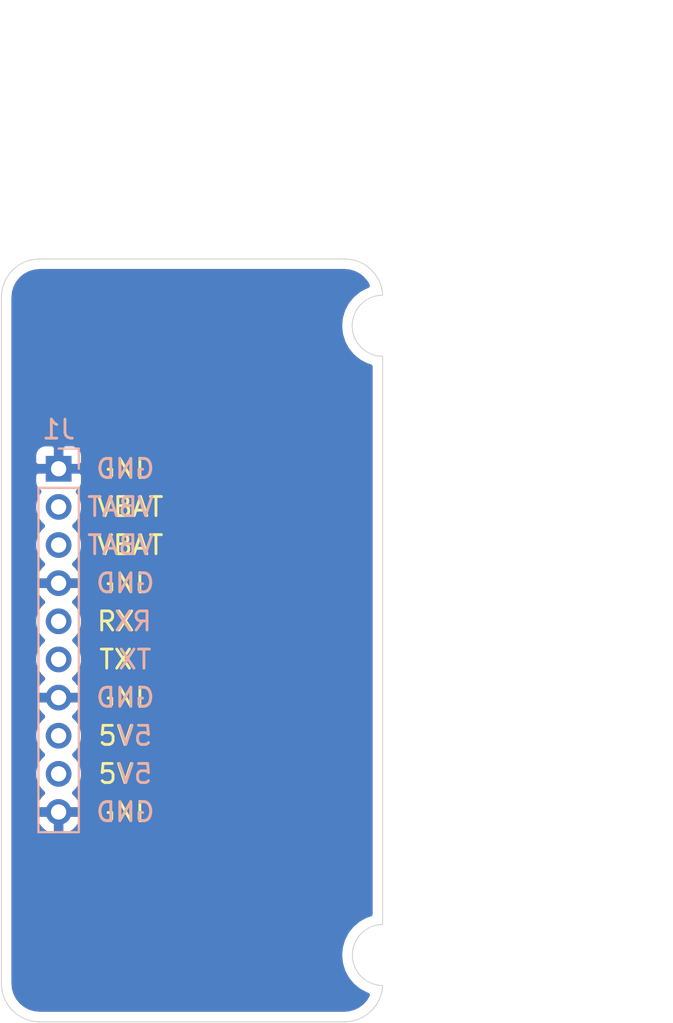
<source format=kicad_pcb>
(kicad_pcb (version 20171130) (host pcbnew 5.1.7-a382d34a8~88~ubuntu20.04.1)

  (general
    (thickness 1.6)
    (drawings 50)
    (tracks 0)
    (zones 0)
    (modules 1)
    (nets 6)
  )

  (page A4)
  (layers
    (0 F.Cu signal)
    (31 B.Cu signal)
    (32 B.Adhes user hide)
    (33 F.Adhes user hide)
    (34 B.Paste user hide)
    (35 F.Paste user hide)
    (36 B.SilkS user hide)
    (37 F.SilkS user hide)
    (38 B.Mask user hide)
    (39 F.Mask user hide)
    (40 Dwgs.User user)
    (41 Cmts.User user hide)
    (42 Eco1.User user hide)
    (43 Eco2.User user hide)
    (44 Edge.Cuts user)
    (45 Margin user hide)
    (46 B.CrtYd user hide)
    (47 F.CrtYd user hide)
    (48 B.Fab user hide)
    (49 F.Fab user hide)
  )

  (setup
    (last_trace_width 0.25)
    (trace_clearance 0.2)
    (zone_clearance 0.508)
    (zone_45_only no)
    (trace_min 0.2)
    (via_size 0.8)
    (via_drill 0.4)
    (via_min_size 0.4)
    (via_min_drill 0.3)
    (uvia_size 0.3)
    (uvia_drill 0.1)
    (uvias_allowed no)
    (uvia_min_size 0.2)
    (uvia_min_drill 0.1)
    (edge_width 0.05)
    (segment_width 0.2)
    (pcb_text_width 0.3)
    (pcb_text_size 1.5 1.5)
    (mod_edge_width 0.12)
    (mod_text_size 1 1)
    (mod_text_width 0.15)
    (pad_size 1.524 1.524)
    (pad_drill 0.762)
    (pad_to_mask_clearance 0.05)
    (aux_axis_origin 0 0)
    (visible_elements FFFFFF7F)
    (pcbplotparams
      (layerselection 0x010fc_ffffffff)
      (usegerberextensions false)
      (usegerberattributes true)
      (usegerberadvancedattributes true)
      (creategerberjobfile true)
      (excludeedgelayer true)
      (linewidth 0.100000)
      (plotframeref false)
      (viasonmask false)
      (mode 1)
      (useauxorigin false)
      (hpglpennumber 1)
      (hpglpenspeed 20)
      (hpglpendiameter 15.000000)
      (psnegative false)
      (psa4output false)
      (plotreference true)
      (plotvalue true)
      (plotinvisibletext false)
      (padsonsilk false)
      (subtractmaskfromsilk false)
      (outputformat 1)
      (mirror false)
      (drillshape 1)
      (scaleselection 1)
      (outputdirectory ""))
  )

  (net 0 "")
  (net 1 GND)
  (net 2 VBAT)
  (net 3 /UART_TX)
  (net 4 /UART_RX)
  (net 5 +5V)

  (net_class Default "This is the default net class."
    (clearance 0.2)
    (trace_width 0.25)
    (via_dia 0.8)
    (via_drill 0.4)
    (uvia_dia 0.3)
    (uvia_drill 0.1)
    (add_net +5V)
    (add_net /UART_RX)
    (add_net /UART_TX)
    (add_net GND)
    (add_net VBAT)
  )

  (module MRS_Connectors:PinHeader_1x10_P2.00mm_Vertical (layer B.Cu) (tedit 59FED667) (tstamp 5F3D67F1)
    (at 160 90 180)
    (descr "Through hole straight pin header, 1x10, 2.00mm pitch, single row")
    (tags "Through hole pin header THT 1x10 2.00mm single row")
    (path /5F3D0B61)
    (fp_text reference J1 (at 0 2.06) (layer B.SilkS)
      (effects (font (size 1 1) (thickness 0.15)) (justify mirror))
    )
    (fp_text value Header_1x10 (at 0 -20.06) (layer B.Fab) hide
      (effects (font (size 1 1) (thickness 0.15)) (justify mirror))
    )
    (fp_line (start 1.5 1.5) (end -1.5 1.5) (layer B.CrtYd) (width 0.05))
    (fp_line (start 1.5 -19.5) (end 1.5 1.5) (layer B.CrtYd) (width 0.05))
    (fp_line (start -1.5 -19.5) (end 1.5 -19.5) (layer B.CrtYd) (width 0.05))
    (fp_line (start -1.5 1.5) (end -1.5 -19.5) (layer B.CrtYd) (width 0.05))
    (fp_line (start -1.06 1.06) (end 0 1.06) (layer B.SilkS) (width 0.12))
    (fp_line (start -1.06 0) (end -1.06 1.06) (layer B.SilkS) (width 0.12))
    (fp_line (start -1.06 -1) (end 1.06 -1) (layer B.SilkS) (width 0.12))
    (fp_line (start 1.06 -1) (end 1.06 -19.06) (layer B.SilkS) (width 0.12))
    (fp_line (start -1.06 -1) (end -1.06 -19.06) (layer B.SilkS) (width 0.12))
    (fp_line (start -1.06 -19.06) (end 1.06 -19.06) (layer B.SilkS) (width 0.12))
    (fp_line (start -1 0.5) (end -0.5 1) (layer B.Fab) (width 0.1))
    (fp_line (start -1 -19) (end -1 0.5) (layer B.Fab) (width 0.1))
    (fp_line (start 1 -19) (end -1 -19) (layer B.Fab) (width 0.1))
    (fp_line (start 1 1) (end 1 -19) (layer B.Fab) (width 0.1))
    (fp_line (start -0.5 1) (end 1 1) (layer B.Fab) (width 0.1))
    (fp_text user %R (at 0 -9 270) (layer B.Fab)
      (effects (font (size 1 1) (thickness 0.15)) (justify mirror))
    )
    (pad 1 thru_hole rect (at 0 0 180) (size 1.35 1.35) (drill 0.8) (layers *.Cu *.Mask)
      (net 1 GND))
    (pad 2 thru_hole oval (at 0 -2 180) (size 1.35 1.35) (drill 0.8) (layers *.Cu *.Mask)
      (net 2 VBAT))
    (pad 3 thru_hole oval (at 0 -4 180) (size 1.35 1.35) (drill 0.8) (layers *.Cu *.Mask)
      (net 2 VBAT))
    (pad 4 thru_hole oval (at 0 -6 180) (size 1.35 1.35) (drill 0.8) (layers *.Cu *.Mask)
      (net 1 GND))
    (pad 5 thru_hole oval (at 0 -8 180) (size 1.35 1.35) (drill 0.8) (layers *.Cu *.Mask)
      (net 3 /UART_TX))
    (pad 6 thru_hole oval (at 0 -10 180) (size 1.35 1.35) (drill 0.8) (layers *.Cu *.Mask)
      (net 4 /UART_RX))
    (pad 7 thru_hole oval (at 0 -12 180) (size 1.35 1.35) (drill 0.8) (layers *.Cu *.Mask)
      (net 1 GND))
    (pad 8 thru_hole oval (at 0 -14 180) (size 1.35 1.35) (drill 0.8) (layers *.Cu *.Mask)
      (net 5 +5V))
    (pad 9 thru_hole oval (at 0 -16 180) (size 1.35 1.35) (drill 0.8) (layers *.Cu *.Mask)
      (net 5 +5V))
    (pad 10 thru_hole oval (at 0 -18 180) (size 1.35 1.35) (drill 0.8) (layers *.Cu *.Mask)
      (net 1 GND))
    (model ${KISYS3DMOD}/Connector_PinHeader_2.00mm.3dshapes/PinHeader_1x10_P2.00mm_Vertical.wrl
      (at (xyz 0 0 0))
      (scale (xyz 1 1 1))
      (rotate (xyz 0 0 0))
    )
  )

  (gr_line (start 177.5 115) (end 176.5 116) (layer Dwgs.User) (width 0.15) (tstamp 6034C3E0))
  (gr_line (start 176.5 115) (end 177.5 116) (layer Dwgs.User) (width 0.15) (tstamp 6034C3DF))
  (dimension 3.5 (width 0.15) (layer Dwgs.User)
    (gr_text "3,500 mm" (at 180.8 117.25 270) (layer Dwgs.User)
      (effects (font (size 1 1) (thickness 0.15)))
    )
    (feature1 (pts (xy 177 119) (xy 180.086421 119)))
    (feature2 (pts (xy 177 115.5) (xy 180.086421 115.5)))
    (crossbar (pts (xy 179.5 115.5) (xy 179.5 119)))
    (arrow1a (pts (xy 179.5 119) (xy 178.913579 117.873496)))
    (arrow1b (pts (xy 179.5 119) (xy 180.086421 117.873496)))
    (arrow2a (pts (xy 179.5 115.5) (xy 178.913579 116.626504)))
    (arrow2b (pts (xy 179.5 115.5) (xy 180.086421 116.626504)))
  )
  (dimension 33 (width 0.15) (layer Dwgs.User)
    (gr_text "33,000 mm" (at 180.8 99 270) (layer Dwgs.User)
      (effects (font (size 1 1) (thickness 0.15)))
    )
    (feature1 (pts (xy 177 115.5) (xy 180.086421 115.5)))
    (feature2 (pts (xy 177 82.5) (xy 180.086421 82.5)))
    (crossbar (pts (xy 179.5 82.5) (xy 179.5 115.5)))
    (arrow1a (pts (xy 179.5 115.5) (xy 178.913579 114.373496)))
    (arrow1b (pts (xy 179.5 115.5) (xy 180.086421 114.373496)))
    (arrow2a (pts (xy 179.5 82.5) (xy 178.913579 83.626504)))
    (arrow2b (pts (xy 179.5 82.5) (xy 180.086421 83.626504)))
  )
  (gr_arc (start 177 115.5) (end 177 113.9) (angle -179.9106475) (layer Dwgs.User) (width 0.15))
  (gr_arc (start 177 115.5) (end 177 113.9) (angle -179.9106475) (layer Edge.Cuts) (width 0.05))
  (gr_arc (start 177 82.5) (end 177 80.9) (angle -180) (layer Edge.Cuts) (width 0.05))
  (gr_arc (start 177 82.5) (end 177 80.9) (angle -180) (layer Dwgs.User) (width 0.15))
  (dimension 3.2 (width 0.15) (layer Dwgs.User)
    (gr_text "3,200 mm" (at 172.7 82.5 270) (layer Dwgs.User)
      (effects (font (size 1 1) (thickness 0.15)))
    )
    (feature1 (pts (xy 177 84.1) (xy 173.413579 84.1)))
    (feature2 (pts (xy 177 80.9) (xy 173.413579 80.9)))
    (crossbar (pts (xy 174 80.9) (xy 174 84.1)))
    (arrow1a (pts (xy 174 84.1) (xy 173.413579 82.973496)))
    (arrow1b (pts (xy 174 84.1) (xy 174.586421 82.973496)))
    (arrow2a (pts (xy 174 80.9) (xy 173.413579 82.026504)))
    (arrow2b (pts (xy 174 80.9) (xy 174.586421 82.026504)))
  )
  (gr_line (start 177.5 82) (end 176.5 83) (layer Dwgs.User) (width 0.15))
  (gr_line (start 176.5 82) (end 177.5 83) (layer Dwgs.User) (width 0.15))
  (dimension 3.5 (width 0.15) (layer Dwgs.User)
    (gr_text "3,500 mm" (at 180.8 80.75 270) (layer Dwgs.User)
      (effects (font (size 1 1) (thickness 0.15)))
    )
    (feature1 (pts (xy 177 82.5) (xy 180.086421 82.5)))
    (feature2 (pts (xy 177 79) (xy 180.086421 79)))
    (crossbar (pts (xy 179.5 79) (xy 179.5 82.5)))
    (arrow1a (pts (xy 179.5 82.5) (xy 178.913579 81.373496)))
    (arrow1b (pts (xy 179.5 82.5) (xy 180.086421 81.373496)))
    (arrow2a (pts (xy 179.5 79) (xy 178.913579 80.126504)))
    (arrow2b (pts (xy 179.5 79) (xy 180.086421 80.126504)))
  )
  (gr_arc (start 159 117) (end 157 117) (angle -90) (layer Dwgs.User) (width 0.15))
  (gr_arc (start 175 117) (end 175 119) (angle -87.13759477) (layer Dwgs.User) (width 0.15))
  (gr_arc (start 175 81) (end 177 80.9) (angle -87.13759477) (layer Dwgs.User) (width 0.15))
  (gr_arc (start 159 81) (end 159 79) (angle -90) (layer Dwgs.User) (width 0.15))
  (gr_line (start 157 117) (end 157 81) (layer Dwgs.User) (width 0.15))
  (gr_line (start 175 119) (end 159 119) (layer Dwgs.User) (width 0.15))
  (gr_line (start 177 84.1) (end 177 113.9) (layer Dwgs.User) (width 0.15))
  (gr_line (start 159 79) (end 175 79) (layer Dwgs.User) (width 0.15))
  (dimension 20 (width 0.15) (layer Dwgs.User)
    (gr_text "20,000 mm" (at 167 66.7) (layer Dwgs.User) (tstamp 6034C35F)
      (effects (font (size 2 2) (thickness 0.15)))
    )
    (feature1 (pts (xy 177 80.9) (xy 177 68.413579)))
    (feature2 (pts (xy 157 80.9) (xy 157 68.413579)))
    (crossbar (pts (xy 157 69) (xy 177 69)))
    (arrow1a (pts (xy 177 69) (xy 175.873496 69.586421)))
    (arrow1b (pts (xy 177 69) (xy 175.873496 68.413579)))
    (arrow2a (pts (xy 157 69) (xy 158.126504 69.586421)))
    (arrow2b (pts (xy 157 69) (xy 158.126504 68.413579)))
  )
  (dimension 40 (width 0.15) (layer Dwgs.User)
    (gr_text "40,000 mm" (at 189.3 99 270) (layer Dwgs.User)
      (effects (font (size 2 2) (thickness 0.15)))
    )
    (feature1 (pts (xy 175 119) (xy 187.586421 119)))
    (feature2 (pts (xy 175 79) (xy 187.586421 79)))
    (crossbar (pts (xy 187 79) (xy 187 119)))
    (arrow1a (pts (xy 187 119) (xy 186.413579 117.873496)))
    (arrow1b (pts (xy 187 119) (xy 187.586421 117.873496)))
    (arrow2a (pts (xy 187 79) (xy 186.413579 80.126504)))
    (arrow2b (pts (xy 187 79) (xy 187.586421 80.126504)))
  )
  (gr_text GND (at 163.5 96) (layer F.SilkS) (tstamp 5F3D6991)
    (effects (font (size 1 1) (thickness 0.15)))
  )
  (gr_text GND (at 163.5 108) (layer F.SilkS) (tstamp 5F3D6990)
    (effects (font (size 1 1) (thickness 0.15)))
  )
  (gr_text VBAT (at 163.75 94) (layer F.SilkS) (tstamp 5F3D698F)
    (effects (font (size 1 1) (thickness 0.15)))
  )
  (gr_text 5V (at 163 104) (layer F.SilkS) (tstamp 5F3D698E)
    (effects (font (size 1 1) (thickness 0.15)))
  )
  (gr_text GND (at 163.5 90) (layer F.SilkS) (tstamp 5F3D698D)
    (effects (font (size 1 1) (thickness 0.15)))
  )
  (gr_text RX (at 163 98) (layer F.SilkS) (tstamp 5F3D698C)
    (effects (font (size 1 1) (thickness 0.15)))
  )
  (gr_text VBAT (at 163.75 92) (layer F.SilkS) (tstamp 5F3D698B)
    (effects (font (size 1 1) (thickness 0.15)))
  )
  (gr_text GND (at 163.5 102) (layer F.SilkS) (tstamp 5F3D698A)
    (effects (font (size 1 1) (thickness 0.15)))
  )
  (gr_text TX (at 163 100) (layer F.SilkS) (tstamp 5F3D6989)
    (effects (font (size 1 1) (thickness 0.15)))
  )
  (gr_text 5V (at 163 106) (layer F.SilkS) (tstamp 5F3D6988)
    (effects (font (size 1 1) (thickness 0.15)))
  )
  (gr_text GND (at 163.5 108) (layer B.SilkS)
    (effects (font (size 1 1) (thickness 0.15)) (justify mirror))
  )
  (gr_text 5V (at 164 106) (layer B.SilkS)
    (effects (font (size 1 1) (thickness 0.15)) (justify mirror))
  )
  (gr_text 5V (at 164 104) (layer B.SilkS)
    (effects (font (size 1 1) (thickness 0.15)) (justify mirror))
  )
  (gr_text GND (at 163.5 102) (layer B.SilkS)
    (effects (font (size 1 1) (thickness 0.15)) (justify mirror))
  )
  (gr_text TX (at 164 100) (layer B.SilkS)
    (effects (font (size 1 1) (thickness 0.15)) (justify mirror))
  )
  (gr_text RX (at 163.9 98) (layer B.SilkS)
    (effects (font (size 1 1) (thickness 0.15)) (justify mirror))
  )
  (gr_text GND (at 163.5 96) (layer B.SilkS)
    (effects (font (size 1 1) (thickness 0.15)) (justify mirror))
  )
  (gr_text VBAT (at 163.25 94) (layer B.SilkS)
    (effects (font (size 1 1) (thickness 0.15)) (justify mirror))
  )
  (gr_text VBAT (at 163.25 92) (layer B.SilkS)
    (effects (font (size 1 1) (thickness 0.15)) (justify mirror))
  )
  (gr_text GND (at 163.5 90) (layer B.SilkS)
    (effects (font (size 1 1) (thickness 0.15)) (justify mirror))
  )
  (gr_arc (start 159 117) (end 157 117) (angle -90) (layer Edge.Cuts) (width 0.05))
  (gr_arc (start 175 117) (end 175 119) (angle -87.13759477) (layer Edge.Cuts) (width 0.05))
  (gr_arc (start 175 81) (end 177 80.9) (angle -87.13759477) (layer Edge.Cuts) (width 0.05))
  (gr_arc (start 159 81) (end 159 79) (angle -90) (layer Edge.Cuts) (width 0.05))
  (gr_line (start 157 117) (end 157 81) (layer Edge.Cuts) (width 0.05) (tstamp 5F42E73C))
  (gr_line (start 175 119) (end 159 119) (layer Edge.Cuts) (width 0.05))
  (gr_line (start 177 84.1) (end 177 113.9) (layer Edge.Cuts) (width 0.05))
  (gr_line (start 159 79) (end 175 79) (layer Edge.Cuts) (width 0.05))

  (zone (net 1) (net_name GND) (layer F.Cu) (tstamp 0) (hatch edge 0.508)
    (connect_pads (clearance 0.5))
    (min_thickness 0.25)
    (fill yes (arc_segments 32) (thermal_gap 0.5) (thermal_bridge_width 0.5))
    (polygon
      (pts
        (xy 177 119) (xy 157 119) (xy 157 79) (xy 177 79)
      )
    )
    (filled_polygon
      (pts
        (xy 175.262097 79.676318) (xy 175.514212 79.752436) (xy 175.746733 79.87607) (xy 175.950821 80.04252) (xy 176.118688 80.245437)
        (xy 176.202526 80.400492) (xy 176.173154 80.409809) (xy 176.119036 80.433004) (xy 176.064536 80.455467) (xy 176.056558 80.459781)
        (xy 176.056554 80.459783) (xy 176.056553 80.459784) (xy 175.782913 80.610219) (xy 175.734308 80.643499) (xy 175.685233 80.676105)
        (xy 175.67824 80.68189) (xy 175.439031 80.882611) (xy 175.397843 80.924671) (xy 175.35601 80.966213) (xy 175.350275 80.973246)
        (xy 175.154608 81.216606) (xy 175.122349 81.265901) (xy 175.089405 81.314743) (xy 175.085148 81.322751) (xy 175.085145 81.322755)
        (xy 175.085145 81.322756) (xy 174.940474 81.599486) (xy 174.918411 81.654093) (xy 174.895575 81.708418) (xy 174.892952 81.717106)
        (xy 174.804786 82.016667) (xy 174.793747 82.074534) (xy 174.7819 82.132248) (xy 174.781015 82.14128) (xy 174.752714 82.45226)
        (xy 174.753125 82.511171) (xy 174.752714 82.570082) (xy 174.7536 82.579114) (xy 174.786241 82.88967) (xy 174.79809 82.947393)
        (xy 174.809126 83.005247) (xy 174.811749 83.013935) (xy 174.904088 83.312235) (xy 174.926912 83.36653) (xy 174.948986 83.421168)
        (xy 174.953247 83.429181) (xy 175.101769 83.703865) (xy 175.134697 83.752684) (xy 175.16697 83.802002) (xy 175.172706 83.809035)
        (xy 175.371752 84.049639) (xy 175.413534 84.09113) (xy 175.454774 84.133243) (xy 175.461766 84.139027) (xy 175.703755 84.336388)
        (xy 175.752812 84.368981) (xy 175.801433 84.402273) (xy 175.809416 84.406589) (xy 176.085129 84.553189) (xy 176.139561 84.575624)
        (xy 176.193748 84.598849) (xy 176.202418 84.601532) (xy 176.35 84.646089) (xy 176.350001 113.353755) (xy 176.176414 113.408522)
        (xy 176.122244 113.431639) (xy 176.067725 113.454011) (xy 176.059736 113.458315) (xy 175.785861 113.608323) (xy 175.737195 113.641534)
        (xy 175.688079 113.674056) (xy 175.681078 113.67983) (xy 175.441556 113.880177) (xy 175.400282 113.922194) (xy 175.358404 113.963651)
        (xy 175.352657 113.970675) (xy 175.156611 114.21373) (xy 175.124267 114.262989) (xy 175.091256 114.311765) (xy 175.086983 114.319771)
        (xy 174.94188 114.596276) (xy 174.919728 114.650859) (xy 174.896811 114.705139) (xy 174.894175 114.713823) (xy 174.805543 115.013245)
        (xy 174.794423 115.07105) (xy 174.782477 115.128788) (xy 174.781578 115.137819) (xy 174.752792 115.448755) (xy 174.753111 115.507626)
        (xy 174.752608 115.566577) (xy 174.75348 115.57561) (xy 174.785636 115.886215) (xy 174.797384 115.943903) (xy 174.80834 116.00183)
        (xy 174.81095 116.010522) (xy 174.902824 116.308965) (xy 174.925552 116.363269) (xy 174.947552 116.417968) (xy 174.951801 116.425987)
        (xy 175.099893 116.700902) (xy 175.132755 116.749786) (xy 175.164942 116.799141) (xy 175.170667 116.806183) (xy 175.369337 117.047098)
        (xy 175.411056 117.088657) (xy 175.452228 117.130831) (xy 175.459206 117.136621) (xy 175.459212 117.136627) (xy 175.459219 117.136631)
        (xy 175.700892 117.334364) (xy 175.749886 117.367026) (xy 175.798469 117.400403) (xy 175.806446 117.404732) (xy 176.081931 117.551761)
        (xy 176.136349 117.57429) (xy 176.190475 117.597588) (xy 176.19914 117.600285) (xy 176.202274 117.601237) (xy 176.083225 117.800447)
        (xy 175.907122 117.995603) (xy 175.696468 118.152834) (xy 175.459283 118.266156) (xy 175.197776 118.332997) (xy 174.975212 118.35)
        (xy 159.031793 118.35) (xy 158.738388 118.321231) (xy 158.486744 118.245255) (xy 158.254646 118.121846) (xy 158.050942 117.955709)
        (xy 157.883384 117.753168) (xy 157.758359 117.521938) (xy 157.680627 117.270828) (xy 157.65 116.979433) (xy 157.65 108.325883)
        (xy 158.741509 108.325883) (xy 158.772545 108.428221) (xy 158.879672 108.659457) (xy 159.029853 108.865351) (xy 159.217316 109.03799)
        (xy 159.434857 109.170739) (xy 159.674116 109.258497) (xy 159.875 109.137732) (xy 159.875 108.125) (xy 160.125 108.125)
        (xy 160.125 109.137732) (xy 160.325884 109.258497) (xy 160.565143 109.170739) (xy 160.782684 109.03799) (xy 160.970147 108.865351)
        (xy 161.120328 108.659457) (xy 161.227455 108.428221) (xy 161.258491 108.325883) (xy 161.136899 108.125) (xy 160.125 108.125)
        (xy 159.875 108.125) (xy 158.863101 108.125) (xy 158.741509 108.325883) (xy 157.65 108.325883) (xy 157.65 103.871961)
        (xy 158.7 103.871961) (xy 158.7 104.128039) (xy 158.749958 104.379196) (xy 158.847955 104.615781) (xy 158.990224 104.828702)
        (xy 159.161522 105) (xy 158.990224 105.171298) (xy 158.847955 105.384219) (xy 158.749958 105.620804) (xy 158.7 105.871961)
        (xy 158.7 106.128039) (xy 158.749958 106.379196) (xy 158.847955 106.615781) (xy 158.990224 106.828702) (xy 159.168494 107.006972)
        (xy 159.029853 107.134649) (xy 158.879672 107.340543) (xy 158.772545 107.571779) (xy 158.741509 107.674117) (xy 158.863101 107.875)
        (xy 159.875 107.875) (xy 159.875 107.855) (xy 160.125 107.855) (xy 160.125 107.875) (xy 161.136899 107.875)
        (xy 161.258491 107.674117) (xy 161.227455 107.571779) (xy 161.120328 107.340543) (xy 160.970147 107.134649) (xy 160.831506 107.006972)
        (xy 161.009776 106.828702) (xy 161.152045 106.615781) (xy 161.250042 106.379196) (xy 161.3 106.128039) (xy 161.3 105.871961)
        (xy 161.250042 105.620804) (xy 161.152045 105.384219) (xy 161.009776 105.171298) (xy 160.838478 105) (xy 161.009776 104.828702)
        (xy 161.152045 104.615781) (xy 161.250042 104.379196) (xy 161.3 104.128039) (xy 161.3 103.871961) (xy 161.250042 103.620804)
        (xy 161.152045 103.384219) (xy 161.009776 103.171298) (xy 160.831506 102.993028) (xy 160.970147 102.865351) (xy 161.120328 102.659457)
        (xy 161.227455 102.428221) (xy 161.258491 102.325883) (xy 161.136899 102.125) (xy 160.125 102.125) (xy 160.125 102.145)
        (xy 159.875 102.145) (xy 159.875 102.125) (xy 158.863101 102.125) (xy 158.741509 102.325883) (xy 158.772545 102.428221)
        (xy 158.879672 102.659457) (xy 159.029853 102.865351) (xy 159.168494 102.993028) (xy 158.990224 103.171298) (xy 158.847955 103.384219)
        (xy 158.749958 103.620804) (xy 158.7 103.871961) (xy 157.65 103.871961) (xy 157.65 97.871961) (xy 158.7 97.871961)
        (xy 158.7 98.128039) (xy 158.749958 98.379196) (xy 158.847955 98.615781) (xy 158.990224 98.828702) (xy 159.161522 99)
        (xy 158.990224 99.171298) (xy 158.847955 99.384219) (xy 158.749958 99.620804) (xy 158.7 99.871961) (xy 158.7 100.128039)
        (xy 158.749958 100.379196) (xy 158.847955 100.615781) (xy 158.990224 100.828702) (xy 159.168494 101.006972) (xy 159.029853 101.134649)
        (xy 158.879672 101.340543) (xy 158.772545 101.571779) (xy 158.741509 101.674117) (xy 158.863101 101.875) (xy 159.875 101.875)
        (xy 159.875 101.855) (xy 160.125 101.855) (xy 160.125 101.875) (xy 161.136899 101.875) (xy 161.258491 101.674117)
        (xy 161.227455 101.571779) (xy 161.120328 101.340543) (xy 160.970147 101.134649) (xy 160.831506 101.006972) (xy 161.009776 100.828702)
        (xy 161.152045 100.615781) (xy 161.250042 100.379196) (xy 161.3 100.128039) (xy 161.3 99.871961) (xy 161.250042 99.620804)
        (xy 161.152045 99.384219) (xy 161.009776 99.171298) (xy 160.838478 99) (xy 161.009776 98.828702) (xy 161.152045 98.615781)
        (xy 161.250042 98.379196) (xy 161.3 98.128039) (xy 161.3 97.871961) (xy 161.250042 97.620804) (xy 161.152045 97.384219)
        (xy 161.009776 97.171298) (xy 160.831506 96.993028) (xy 160.970147 96.865351) (xy 161.120328 96.659457) (xy 161.227455 96.428221)
        (xy 161.258491 96.325883) (xy 161.136899 96.125) (xy 160.125 96.125) (xy 160.125 96.145) (xy 159.875 96.145)
        (xy 159.875 96.125) (xy 158.863101 96.125) (xy 158.741509 96.325883) (xy 158.772545 96.428221) (xy 158.879672 96.659457)
        (xy 159.029853 96.865351) (xy 159.168494 96.993028) (xy 158.990224 97.171298) (xy 158.847955 97.384219) (xy 158.749958 97.620804)
        (xy 158.7 97.871961) (xy 157.65 97.871961) (xy 157.65 90.675) (xy 158.696976 90.675) (xy 158.709043 90.797521)
        (xy 158.744781 90.915334) (xy 158.802817 91.023911) (xy 158.88092 91.11908) (xy 158.974048 91.195508) (xy 158.847955 91.384219)
        (xy 158.749958 91.620804) (xy 158.7 91.871961) (xy 158.7 92.128039) (xy 158.749958 92.379196) (xy 158.847955 92.615781)
        (xy 158.990224 92.828702) (xy 159.161522 93) (xy 158.990224 93.171298) (xy 158.847955 93.384219) (xy 158.749958 93.620804)
        (xy 158.7 93.871961) (xy 158.7 94.128039) (xy 158.749958 94.379196) (xy 158.847955 94.615781) (xy 158.990224 94.828702)
        (xy 159.168494 95.006972) (xy 159.029853 95.134649) (xy 158.879672 95.340543) (xy 158.772545 95.571779) (xy 158.741509 95.674117)
        (xy 158.863101 95.875) (xy 159.875 95.875) (xy 159.875 95.855) (xy 160.125 95.855) (xy 160.125 95.875)
        (xy 161.136899 95.875) (xy 161.258491 95.674117) (xy 161.227455 95.571779) (xy 161.120328 95.340543) (xy 160.970147 95.134649)
        (xy 160.831506 95.006972) (xy 161.009776 94.828702) (xy 161.152045 94.615781) (xy 161.250042 94.379196) (xy 161.3 94.128039)
        (xy 161.3 93.871961) (xy 161.250042 93.620804) (xy 161.152045 93.384219) (xy 161.009776 93.171298) (xy 160.838478 93)
        (xy 161.009776 92.828702) (xy 161.152045 92.615781) (xy 161.250042 92.379196) (xy 161.3 92.128039) (xy 161.3 91.871961)
        (xy 161.250042 91.620804) (xy 161.152045 91.384219) (xy 161.025952 91.195508) (xy 161.11908 91.11908) (xy 161.197183 91.023911)
        (xy 161.255219 90.915334) (xy 161.290957 90.797521) (xy 161.303024 90.675) (xy 161.3 90.28125) (xy 161.14375 90.125)
        (xy 160.125 90.125) (xy 160.125 90.145) (xy 159.875 90.145) (xy 159.875 90.125) (xy 158.85625 90.125)
        (xy 158.7 90.28125) (xy 158.696976 90.675) (xy 157.65 90.675) (xy 157.65 89.325) (xy 158.696976 89.325)
        (xy 158.7 89.71875) (xy 158.85625 89.875) (xy 159.875 89.875) (xy 159.875 88.85625) (xy 160.125 88.85625)
        (xy 160.125 89.875) (xy 161.14375 89.875) (xy 161.3 89.71875) (xy 161.303024 89.325) (xy 161.290957 89.202479)
        (xy 161.255219 89.084666) (xy 161.197183 88.976089) (xy 161.11908 88.88092) (xy 161.023911 88.802817) (xy 160.915334 88.744781)
        (xy 160.797521 88.709043) (xy 160.675 88.696976) (xy 160.28125 88.7) (xy 160.125 88.85625) (xy 159.875 88.85625)
        (xy 159.71875 88.7) (xy 159.325 88.696976) (xy 159.202479 88.709043) (xy 159.084666 88.744781) (xy 158.976089 88.802817)
        (xy 158.88092 88.88092) (xy 158.802817 88.976089) (xy 158.744781 89.084666) (xy 158.709043 89.202479) (xy 158.696976 89.325)
        (xy 157.65 89.325) (xy 157.65 81.031793) (xy 157.678769 80.738389) (xy 157.754745 80.486742) (xy 157.878152 80.254647)
        (xy 158.044292 80.05094) (xy 158.246832 79.883384) (xy 158.478062 79.758359) (xy 158.729172 79.680627) (xy 159.020567 79.65)
        (xy 174.993685 79.65)
      )
    )
  )
  (zone (net 1) (net_name GND) (layer B.Cu) (tstamp 5F3D69CC) (hatch edge 0.508)
    (connect_pads (clearance 0.5))
    (min_thickness 0.25)
    (fill yes (arc_segments 32) (thermal_gap 0.5) (thermal_bridge_width 0.5))
    (polygon
      (pts
        (xy 177 119) (xy 157 119) (xy 157 79) (xy 177 79)
      )
    )
    (filled_polygon
      (pts
        (xy 175.262097 79.676318) (xy 175.514212 79.752436) (xy 175.746733 79.87607) (xy 175.950821 80.04252) (xy 176.118688 80.245437)
        (xy 176.202526 80.400492) (xy 176.173154 80.409809) (xy 176.119036 80.433004) (xy 176.064536 80.455467) (xy 176.056558 80.459781)
        (xy 176.056554 80.459783) (xy 176.056553 80.459784) (xy 175.782913 80.610219) (xy 175.734308 80.643499) (xy 175.685233 80.676105)
        (xy 175.67824 80.68189) (xy 175.439031 80.882611) (xy 175.397843 80.924671) (xy 175.35601 80.966213) (xy 175.350275 80.973246)
        (xy 175.154608 81.216606) (xy 175.122349 81.265901) (xy 175.089405 81.314743) (xy 175.085148 81.322751) (xy 175.085145 81.322755)
        (xy 175.085145 81.322756) (xy 174.940474 81.599486) (xy 174.918411 81.654093) (xy 174.895575 81.708418) (xy 174.892952 81.717106)
        (xy 174.804786 82.016667) (xy 174.793747 82.074534) (xy 174.7819 82.132248) (xy 174.781015 82.14128) (xy 174.752714 82.45226)
        (xy 174.753125 82.511171) (xy 174.752714 82.570082) (xy 174.7536 82.579114) (xy 174.786241 82.88967) (xy 174.79809 82.947393)
        (xy 174.809126 83.005247) (xy 174.811749 83.013935) (xy 174.904088 83.312235) (xy 174.926912 83.36653) (xy 174.948986 83.421168)
        (xy 174.953247 83.429181) (xy 175.101769 83.703865) (xy 175.134697 83.752684) (xy 175.16697 83.802002) (xy 175.172706 83.809035)
        (xy 175.371752 84.049639) (xy 175.413534 84.09113) (xy 175.454774 84.133243) (xy 175.461766 84.139027) (xy 175.703755 84.336388)
        (xy 175.752812 84.368981) (xy 175.801433 84.402273) (xy 175.809416 84.406589) (xy 176.085129 84.553189) (xy 176.139561 84.575624)
        (xy 176.193748 84.598849) (xy 176.202418 84.601532) (xy 176.35 84.646089) (xy 176.350001 113.353755) (xy 176.176414 113.408522)
        (xy 176.122244 113.431639) (xy 176.067725 113.454011) (xy 176.059736 113.458315) (xy 175.785861 113.608323) (xy 175.737195 113.641534)
        (xy 175.688079 113.674056) (xy 175.681078 113.67983) (xy 175.441556 113.880177) (xy 175.400282 113.922194) (xy 175.358404 113.963651)
        (xy 175.352657 113.970675) (xy 175.156611 114.21373) (xy 175.124267 114.262989) (xy 175.091256 114.311765) (xy 175.086983 114.319771)
        (xy 174.94188 114.596276) (xy 174.919728 114.650859) (xy 174.896811 114.705139) (xy 174.894175 114.713823) (xy 174.805543 115.013245)
        (xy 174.794423 115.07105) (xy 174.782477 115.128788) (xy 174.781578 115.137819) (xy 174.752792 115.448755) (xy 174.753111 115.507626)
        (xy 174.752608 115.566577) (xy 174.75348 115.57561) (xy 174.785636 115.886215) (xy 174.797384 115.943903) (xy 174.80834 116.00183)
        (xy 174.81095 116.010522) (xy 174.902824 116.308965) (xy 174.925552 116.363269) (xy 174.947552 116.417968) (xy 174.951801 116.425987)
        (xy 175.099893 116.700902) (xy 175.132755 116.749786) (xy 175.164942 116.799141) (xy 175.170667 116.806183) (xy 175.369337 117.047098)
        (xy 175.411056 117.088657) (xy 175.452228 117.130831) (xy 175.459206 117.136621) (xy 175.459212 117.136627) (xy 175.459219 117.136631)
        (xy 175.700892 117.334364) (xy 175.749886 117.367026) (xy 175.798469 117.400403) (xy 175.806446 117.404732) (xy 176.081931 117.551761)
        (xy 176.136349 117.57429) (xy 176.190475 117.597588) (xy 176.19914 117.600285) (xy 176.202274 117.601237) (xy 176.083225 117.800447)
        (xy 175.907122 117.995603) (xy 175.696468 118.152834) (xy 175.459283 118.266156) (xy 175.197776 118.332997) (xy 174.975212 118.35)
        (xy 159.031793 118.35) (xy 158.738388 118.321231) (xy 158.486744 118.245255) (xy 158.254646 118.121846) (xy 158.050942 117.955709)
        (xy 157.883384 117.753168) (xy 157.758359 117.521938) (xy 157.680627 117.270828) (xy 157.65 116.979433) (xy 157.65 108.325883)
        (xy 158.741509 108.325883) (xy 158.772545 108.428221) (xy 158.879672 108.659457) (xy 159.029853 108.865351) (xy 159.217316 109.03799)
        (xy 159.434857 109.170739) (xy 159.674116 109.258497) (xy 159.875 109.137732) (xy 159.875 108.125) (xy 160.125 108.125)
        (xy 160.125 109.137732) (xy 160.325884 109.258497) (xy 160.565143 109.170739) (xy 160.782684 109.03799) (xy 160.970147 108.865351)
        (xy 161.120328 108.659457) (xy 161.227455 108.428221) (xy 161.258491 108.325883) (xy 161.136899 108.125) (xy 160.125 108.125)
        (xy 159.875 108.125) (xy 158.863101 108.125) (xy 158.741509 108.325883) (xy 157.65 108.325883) (xy 157.65 103.871961)
        (xy 158.7 103.871961) (xy 158.7 104.128039) (xy 158.749958 104.379196) (xy 158.847955 104.615781) (xy 158.990224 104.828702)
        (xy 159.161522 105) (xy 158.990224 105.171298) (xy 158.847955 105.384219) (xy 158.749958 105.620804) (xy 158.7 105.871961)
        (xy 158.7 106.128039) (xy 158.749958 106.379196) (xy 158.847955 106.615781) (xy 158.990224 106.828702) (xy 159.168494 107.006972)
        (xy 159.029853 107.134649) (xy 158.879672 107.340543) (xy 158.772545 107.571779) (xy 158.741509 107.674117) (xy 158.863101 107.875)
        (xy 159.875 107.875) (xy 159.875 107.855) (xy 160.125 107.855) (xy 160.125 107.875) (xy 161.136899 107.875)
        (xy 161.258491 107.674117) (xy 161.227455 107.571779) (xy 161.120328 107.340543) (xy 160.970147 107.134649) (xy 160.831506 107.006972)
        (xy 161.009776 106.828702) (xy 161.152045 106.615781) (xy 161.250042 106.379196) (xy 161.3 106.128039) (xy 161.3 105.871961)
        (xy 161.250042 105.620804) (xy 161.152045 105.384219) (xy 161.009776 105.171298) (xy 160.838478 105) (xy 161.009776 104.828702)
        (xy 161.152045 104.615781) (xy 161.250042 104.379196) (xy 161.3 104.128039) (xy 161.3 103.871961) (xy 161.250042 103.620804)
        (xy 161.152045 103.384219) (xy 161.009776 103.171298) (xy 160.831506 102.993028) (xy 160.970147 102.865351) (xy 161.120328 102.659457)
        (xy 161.227455 102.428221) (xy 161.258491 102.325883) (xy 161.136899 102.125) (xy 160.125 102.125) (xy 160.125 102.145)
        (xy 159.875 102.145) (xy 159.875 102.125) (xy 158.863101 102.125) (xy 158.741509 102.325883) (xy 158.772545 102.428221)
        (xy 158.879672 102.659457) (xy 159.029853 102.865351) (xy 159.168494 102.993028) (xy 158.990224 103.171298) (xy 158.847955 103.384219)
        (xy 158.749958 103.620804) (xy 158.7 103.871961) (xy 157.65 103.871961) (xy 157.65 97.871961) (xy 158.7 97.871961)
        (xy 158.7 98.128039) (xy 158.749958 98.379196) (xy 158.847955 98.615781) (xy 158.990224 98.828702) (xy 159.161522 99)
        (xy 158.990224 99.171298) (xy 158.847955 99.384219) (xy 158.749958 99.620804) (xy 158.7 99.871961) (xy 158.7 100.128039)
        (xy 158.749958 100.379196) (xy 158.847955 100.615781) (xy 158.990224 100.828702) (xy 159.168494 101.006972) (xy 159.029853 101.134649)
        (xy 158.879672 101.340543) (xy 158.772545 101.571779) (xy 158.741509 101.674117) (xy 158.863101 101.875) (xy 159.875 101.875)
        (xy 159.875 101.855) (xy 160.125 101.855) (xy 160.125 101.875) (xy 161.136899 101.875) (xy 161.258491 101.674117)
        (xy 161.227455 101.571779) (xy 161.120328 101.340543) (xy 160.970147 101.134649) (xy 160.831506 101.006972) (xy 161.009776 100.828702)
        (xy 161.152045 100.615781) (xy 161.250042 100.379196) (xy 161.3 100.128039) (xy 161.3 99.871961) (xy 161.250042 99.620804)
        (xy 161.152045 99.384219) (xy 161.009776 99.171298) (xy 160.838478 99) (xy 161.009776 98.828702) (xy 161.152045 98.615781)
        (xy 161.250042 98.379196) (xy 161.3 98.128039) (xy 161.3 97.871961) (xy 161.250042 97.620804) (xy 161.152045 97.384219)
        (xy 161.009776 97.171298) (xy 160.831506 96.993028) (xy 160.970147 96.865351) (xy 161.120328 96.659457) (xy 161.227455 96.428221)
        (xy 161.258491 96.325883) (xy 161.136899 96.125) (xy 160.125 96.125) (xy 160.125 96.145) (xy 159.875 96.145)
        (xy 159.875 96.125) (xy 158.863101 96.125) (xy 158.741509 96.325883) (xy 158.772545 96.428221) (xy 158.879672 96.659457)
        (xy 159.029853 96.865351) (xy 159.168494 96.993028) (xy 158.990224 97.171298) (xy 158.847955 97.384219) (xy 158.749958 97.620804)
        (xy 158.7 97.871961) (xy 157.65 97.871961) (xy 157.65 90.675) (xy 158.696976 90.675) (xy 158.709043 90.797521)
        (xy 158.744781 90.915334) (xy 158.802817 91.023911) (xy 158.88092 91.11908) (xy 158.974048 91.195508) (xy 158.847955 91.384219)
        (xy 158.749958 91.620804) (xy 158.7 91.871961) (xy 158.7 92.128039) (xy 158.749958 92.379196) (xy 158.847955 92.615781)
        (xy 158.990224 92.828702) (xy 159.161522 93) (xy 158.990224 93.171298) (xy 158.847955 93.384219) (xy 158.749958 93.620804)
        (xy 158.7 93.871961) (xy 158.7 94.128039) (xy 158.749958 94.379196) (xy 158.847955 94.615781) (xy 158.990224 94.828702)
        (xy 159.168494 95.006972) (xy 159.029853 95.134649) (xy 158.879672 95.340543) (xy 158.772545 95.571779) (xy 158.741509 95.674117)
        (xy 158.863101 95.875) (xy 159.875 95.875) (xy 159.875 95.855) (xy 160.125 95.855) (xy 160.125 95.875)
        (xy 161.136899 95.875) (xy 161.258491 95.674117) (xy 161.227455 95.571779) (xy 161.120328 95.340543) (xy 160.970147 95.134649)
        (xy 160.831506 95.006972) (xy 161.009776 94.828702) (xy 161.152045 94.615781) (xy 161.250042 94.379196) (xy 161.3 94.128039)
        (xy 161.3 93.871961) (xy 161.250042 93.620804) (xy 161.152045 93.384219) (xy 161.009776 93.171298) (xy 160.838478 93)
        (xy 161.009776 92.828702) (xy 161.152045 92.615781) (xy 161.250042 92.379196) (xy 161.3 92.128039) (xy 161.3 91.871961)
        (xy 161.250042 91.620804) (xy 161.152045 91.384219) (xy 161.025952 91.195508) (xy 161.11908 91.11908) (xy 161.197183 91.023911)
        (xy 161.255219 90.915334) (xy 161.290957 90.797521) (xy 161.303024 90.675) (xy 161.3 90.28125) (xy 161.14375 90.125)
        (xy 160.125 90.125) (xy 160.125 90.145) (xy 159.875 90.145) (xy 159.875 90.125) (xy 158.85625 90.125)
        (xy 158.7 90.28125) (xy 158.696976 90.675) (xy 157.65 90.675) (xy 157.65 89.325) (xy 158.696976 89.325)
        (xy 158.7 89.71875) (xy 158.85625 89.875) (xy 159.875 89.875) (xy 159.875 88.85625) (xy 160.125 88.85625)
        (xy 160.125 89.875) (xy 161.14375 89.875) (xy 161.3 89.71875) (xy 161.303024 89.325) (xy 161.290957 89.202479)
        (xy 161.255219 89.084666) (xy 161.197183 88.976089) (xy 161.11908 88.88092) (xy 161.023911 88.802817) (xy 160.915334 88.744781)
        (xy 160.797521 88.709043) (xy 160.675 88.696976) (xy 160.28125 88.7) (xy 160.125 88.85625) (xy 159.875 88.85625)
        (xy 159.71875 88.7) (xy 159.325 88.696976) (xy 159.202479 88.709043) (xy 159.084666 88.744781) (xy 158.976089 88.802817)
        (xy 158.88092 88.88092) (xy 158.802817 88.976089) (xy 158.744781 89.084666) (xy 158.709043 89.202479) (xy 158.696976 89.325)
        (xy 157.65 89.325) (xy 157.65 81.031793) (xy 157.678769 80.738389) (xy 157.754745 80.486742) (xy 157.878152 80.254647)
        (xy 158.044292 80.05094) (xy 158.246832 79.883384) (xy 158.478062 79.758359) (xy 158.729172 79.680627) (xy 159.020567 79.65)
        (xy 174.993685 79.65)
      )
    )
  )
)

</source>
